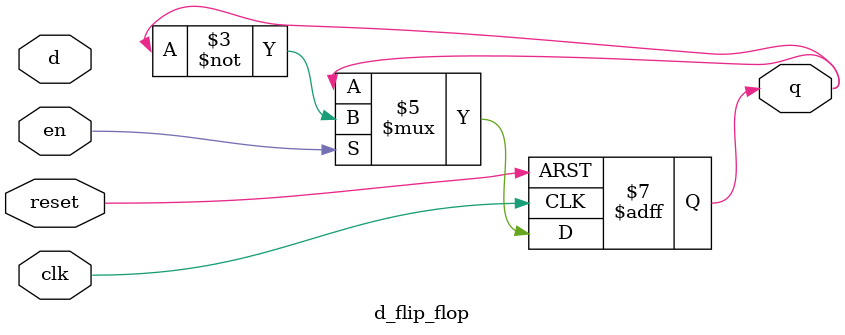
<source format=sv>
`timescale 1ns / 1ps


module d_flip_flop (
  input logic clk,
  input logic reset,
  input logic d,
  input logic en,
  output logic q
);

  always_ff @(posedge clk or  negedge reset) begin
    if (!reset)
      q <= 0; // Reset the flip-flop
    else if (en)
      q <= ~q; // Store the value of D on the rising edge of the clock
    else 
      q <= q;
  end

endmodule

</source>
